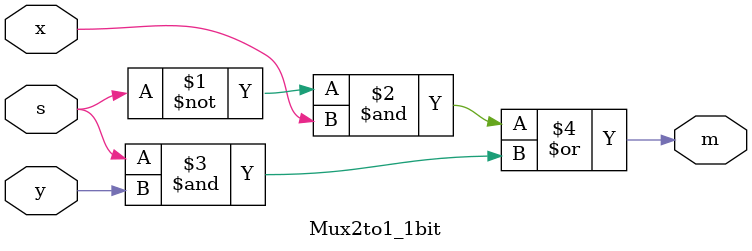
<source format=v>
module Mux2to1_1bit(x,y,s,m);
input x,y,s;
output m;
	assign m = (~s & x) | (s & y);
endmodule

</source>
